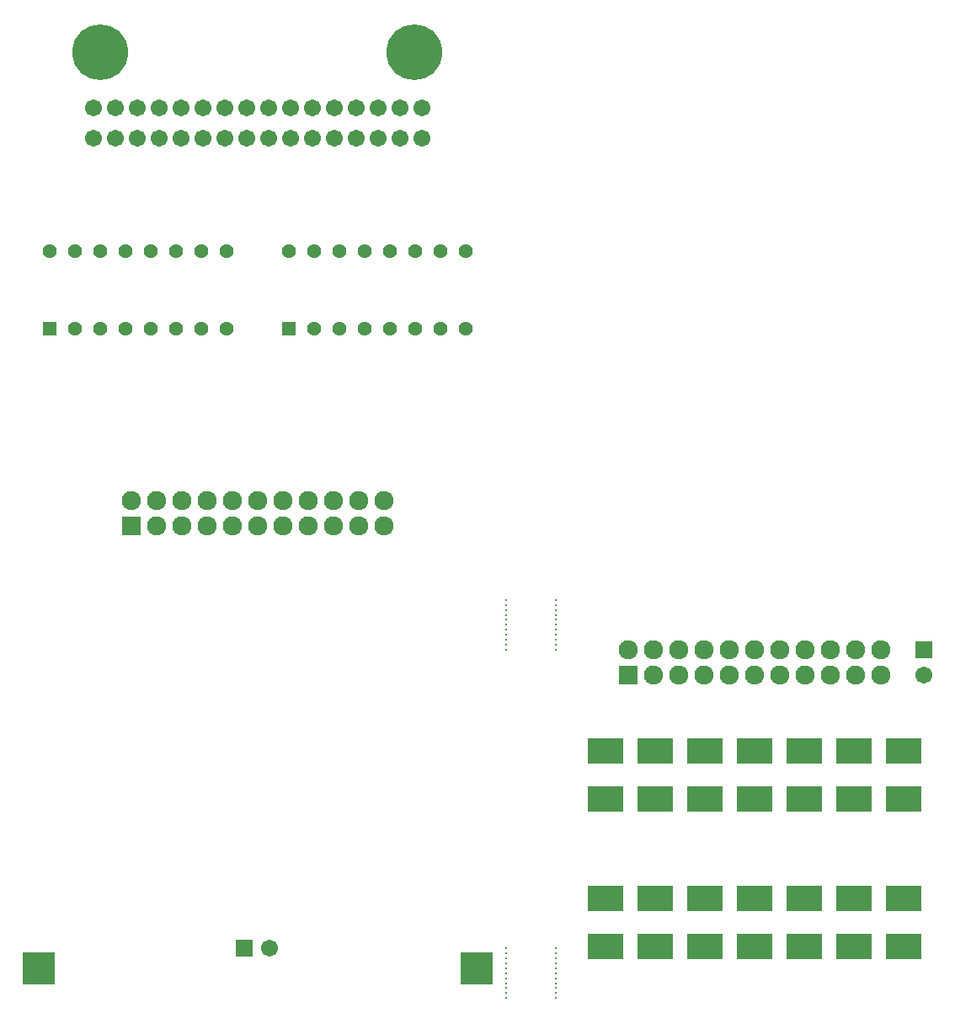
<source format=gts>
G04*
G04 #@! TF.GenerationSoftware,Altium Limited,Altium Designer,24.1.2 (44)*
G04*
G04 Layer_Color=8388736*
%FSLAX25Y25*%
%MOIN*%
G70*
G04*
G04 #@! TF.SameCoordinates,470A4D24-D506-40DE-B28D-38AA9C1F057A*
G04*
G04*
G04 #@! TF.FilePolarity,Negative*
G04*
G01*
G75*
%ADD14R,0.14186X0.10249*%
%ADD15R,0.07591X0.07591*%
%ADD16C,0.07591*%
%ADD17R,0.12611X0.12611*%
%ADD18R,0.06706X0.06706*%
%ADD19C,0.06706*%
%ADD20R,0.05642X0.05642*%
%ADD21C,0.05642*%
%ADD22C,0.22060*%
%ADD23R,0.06706X0.06706*%
%ADD24C,0.01181*%
D14*
X236221Y97638D02*
D03*
Y78740D02*
D03*
X255906Y97638D02*
D03*
Y78740D02*
D03*
X275590Y97638D02*
D03*
Y78740D02*
D03*
X295276Y97638D02*
D03*
Y78740D02*
D03*
X314961Y97638D02*
D03*
Y78740D02*
D03*
X334646Y97638D02*
D03*
Y78740D02*
D03*
X354331Y97638D02*
D03*
Y78740D02*
D03*
X354331Y20472D02*
D03*
Y39370D02*
D03*
X334646Y20472D02*
D03*
Y39370D02*
D03*
X314961Y20472D02*
D03*
Y39370D02*
D03*
X295276Y20472D02*
D03*
Y39370D02*
D03*
X275590Y20472D02*
D03*
Y39370D02*
D03*
X255906Y20472D02*
D03*
Y39370D02*
D03*
X236221Y20472D02*
D03*
Y39370D02*
D03*
D15*
X245276Y127795D02*
D03*
X48425Y186850D02*
D03*
D16*
X255276Y127795D02*
D03*
X265276D02*
D03*
X275276D02*
D03*
X285276D02*
D03*
X295276D02*
D03*
X305276D02*
D03*
X315276D02*
D03*
X325276D02*
D03*
X335276D02*
D03*
X345276D02*
D03*
X245276Y137795D02*
D03*
X255276D02*
D03*
X265276D02*
D03*
X275276D02*
D03*
X285276D02*
D03*
X295276D02*
D03*
X305276D02*
D03*
X315276D02*
D03*
X325276D02*
D03*
X335276D02*
D03*
X345276D02*
D03*
X58425Y186850D02*
D03*
X68425D02*
D03*
X78425D02*
D03*
X88425D02*
D03*
X98425D02*
D03*
X108425D02*
D03*
X118425D02*
D03*
X128425D02*
D03*
X138425D02*
D03*
X148425D02*
D03*
X48425Y196850D02*
D03*
X58425D02*
D03*
X68425D02*
D03*
X78425D02*
D03*
X88425D02*
D03*
X98425D02*
D03*
X108425D02*
D03*
X118425D02*
D03*
X128425D02*
D03*
X138425D02*
D03*
X148425D02*
D03*
D17*
X185039Y11811D02*
D03*
X11811D02*
D03*
D18*
X93307Y19685D02*
D03*
D19*
X103307D02*
D03*
X163386Y351969D02*
D03*
X154724D02*
D03*
X146063D02*
D03*
X137402D02*
D03*
X128740D02*
D03*
X120079D02*
D03*
X111417D02*
D03*
X102756D02*
D03*
X94095D02*
D03*
X85433D02*
D03*
X76772D02*
D03*
X68110D02*
D03*
X59449D02*
D03*
X50787D02*
D03*
X42126D02*
D03*
X33465D02*
D03*
X163386Y340158D02*
D03*
X154724D02*
D03*
X146063D02*
D03*
X137402D02*
D03*
X128740D02*
D03*
X120079D02*
D03*
X111417D02*
D03*
X102756D02*
D03*
X94095D02*
D03*
X85433D02*
D03*
X76772D02*
D03*
X68110D02*
D03*
X59449D02*
D03*
X50787D02*
D03*
X42126D02*
D03*
X33465D02*
D03*
X362205Y127795D02*
D03*
D20*
X16181Y264764D02*
D03*
X110669D02*
D03*
D21*
X26181D02*
D03*
X36181D02*
D03*
X46181D02*
D03*
X56181D02*
D03*
X66181D02*
D03*
X76181D02*
D03*
X86181D02*
D03*
Y295276D02*
D03*
X76181D02*
D03*
X66181D02*
D03*
X56181D02*
D03*
X46181D02*
D03*
X36181D02*
D03*
X26181D02*
D03*
X16181D02*
D03*
X120669Y264764D02*
D03*
X130669D02*
D03*
X140669D02*
D03*
X150669D02*
D03*
X160669D02*
D03*
X170669D02*
D03*
X180669D02*
D03*
Y295276D02*
D03*
X170669D02*
D03*
X160669D02*
D03*
X150669D02*
D03*
X140669D02*
D03*
X130669D02*
D03*
X120669D02*
D03*
X110669D02*
D03*
D22*
X160630Y374016D02*
D03*
X36220D02*
D03*
D23*
X362205Y137795D02*
D03*
D24*
X196850Y157480D02*
D03*
Y155512D02*
D03*
Y153543D02*
D03*
Y151575D02*
D03*
Y149606D02*
D03*
Y147638D02*
D03*
Y145669D02*
D03*
Y143701D02*
D03*
Y141732D02*
D03*
Y139764D02*
D03*
Y137795D02*
D03*
X216535D02*
D03*
Y139764D02*
D03*
Y141732D02*
D03*
Y143701D02*
D03*
Y145669D02*
D03*
D03*
Y147638D02*
D03*
Y149606D02*
D03*
Y151575D02*
D03*
Y153543D02*
D03*
Y155512D02*
D03*
Y157480D02*
D03*
Y1969D02*
D03*
Y0D02*
D03*
Y3937D02*
D03*
Y5906D02*
D03*
Y7874D02*
D03*
Y9843D02*
D03*
Y11811D02*
D03*
Y13780D02*
D03*
Y15748D02*
D03*
Y17717D02*
D03*
Y19685D02*
D03*
X196850D02*
D03*
Y17717D02*
D03*
Y15748D02*
D03*
Y13780D02*
D03*
Y11811D02*
D03*
Y9843D02*
D03*
Y7874D02*
D03*
Y5906D02*
D03*
Y1969D02*
D03*
Y3937D02*
D03*
Y0D02*
D03*
M02*

</source>
